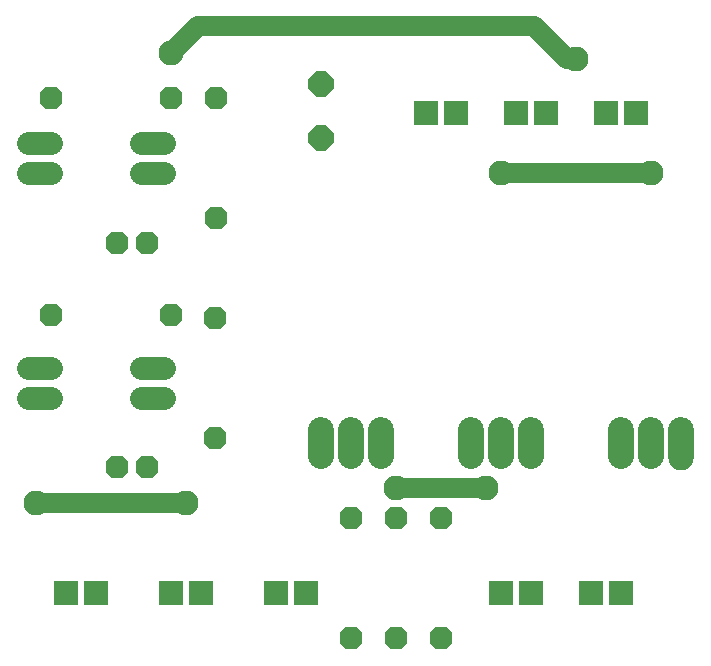
<source format=gbr>
G04 EAGLE Gerber RS-274X export*
G75*
%MOMM*%
%FSLAX34Y34*%
%LPD*%
%INTop Copper*%
%IPPOS*%
%AMOC8*
5,1,8,0,0,1.08239X$1,22.5*%
G01*
%ADD10P,2.089446X8X202.500000*%
%ADD11C,1.930400*%
%ADD12C,2.235200*%
%ADD13P,2.089446X8X22.500000*%
%ADD14P,2.089446X8X112.500000*%
%ADD15P,2.089446X8X292.500000*%
%ADD16P,2.309387X8X112.500000*%
%ADD17R,2.133600X2.133600*%
%ADD18C,2.117600*%
%ADD19C,1.700000*%


D10*
X170180Y372110D03*
X144780Y372110D03*
X170180Y182880D03*
X144780Y182880D03*
D11*
X88900Y457200D02*
X69596Y457200D01*
X69596Y431800D02*
X88900Y431800D01*
X165100Y431800D02*
X184404Y431800D01*
X184404Y457200D02*
X165100Y457200D01*
X88900Y266700D02*
X69596Y266700D01*
X69596Y241300D02*
X88900Y241300D01*
X165100Y241300D02*
X184404Y241300D01*
X184404Y266700D02*
X165100Y266700D01*
D12*
X444500Y214376D02*
X444500Y192024D01*
X469900Y192024D02*
X469900Y214376D01*
X495300Y214376D02*
X495300Y192024D01*
X571500Y192024D02*
X571500Y214376D01*
X596900Y214376D02*
X596900Y192024D01*
X622300Y192024D02*
X622300Y214376D01*
X317500Y214376D02*
X317500Y192024D01*
X342900Y192024D02*
X342900Y214376D01*
X368300Y214376D02*
X368300Y192024D01*
D13*
X88900Y495300D03*
X190500Y495300D03*
D14*
X419100Y38100D03*
X419100Y139700D03*
X381000Y38100D03*
X381000Y139700D03*
X342900Y38100D03*
X342900Y139700D03*
D15*
X228600Y495300D03*
X228600Y393700D03*
D13*
X88900Y311150D03*
X190500Y311150D03*
D15*
X227330Y308610D03*
X227330Y207010D03*
D16*
X317500Y461010D03*
X317500Y506730D03*
D17*
X101600Y76200D03*
X127000Y76200D03*
X469900Y76200D03*
X495300Y76200D03*
X279400Y76200D03*
X304800Y76200D03*
X190500Y76200D03*
X215900Y76200D03*
X546100Y76200D03*
X571500Y76200D03*
X558800Y482600D03*
X584200Y482600D03*
X406400Y482600D03*
X431800Y482600D03*
X482600Y482600D03*
X508000Y482600D03*
D18*
X622300Y190500D03*
X381000Y165100D03*
D19*
X457200Y165100D01*
D18*
X457200Y165100D03*
X76200Y152400D03*
D19*
X203200Y152400D01*
D18*
X203200Y152400D03*
D19*
X190500Y533400D02*
X213360Y556260D01*
X497840Y556260D01*
D18*
X190500Y533400D03*
D19*
X525540Y528560D02*
X533400Y528560D01*
D18*
X533400Y528560D03*
D19*
X525540Y528560D02*
X497840Y556260D01*
D18*
X469900Y431800D03*
D19*
X596900Y431800D01*
D18*
X596900Y431800D03*
M02*

</source>
